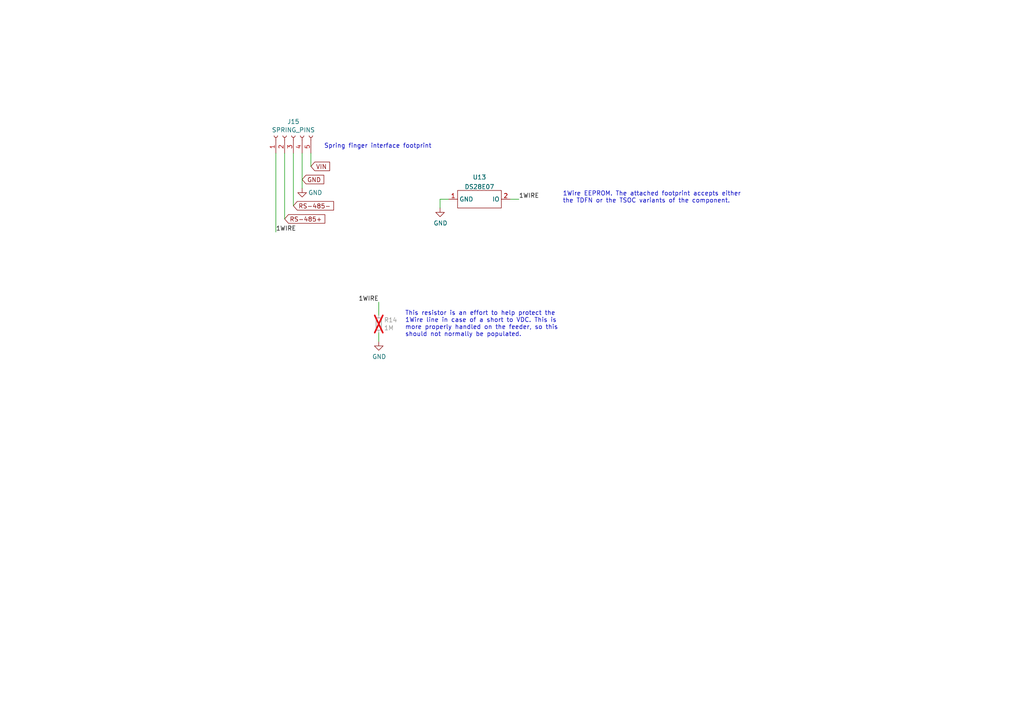
<source format=kicad_sch>
(kicad_sch (version 20230121) (generator eeschema)
  (paper "A4")
  (lib_symbols
    (symbol "Connector:Conn_01x05_Female" (pin_names (offset 1.016) hide)
      (property "Reference" "J" (at 0 7.62 0))
      (property "Value" "Conn_01x05_Female" (at 0 -7.62 0))
      (symbol "Conn_01x05_Female_1_1"
        (arc (start 0 -4.572) (mid -0.5058 -5.08) (end 0 -5.588) (stroke (width 0.1524)))
        (arc (start 0 -2.032) (mid -0.5058 -2.54) (end 0 -3.048) (stroke (width 0.1524)))
        (polyline (pts (xy -1.27 -5.08) (xy -0.508 -5.08)) (stroke (width 0.1524)))
        (polyline (pts (xy -1.27 -2.54) (xy -0.508 -2.54)) (stroke (width 0.1524)))
        (polyline (pts (xy -1.27 0) (xy -0.508 0)) (stroke (width 0.1524)))
        (polyline (pts (xy -1.27 2.54) (xy -0.508 2.54)) (stroke (width 0.1524)))
        (polyline (pts (xy -1.27 5.08) (xy -0.508 5.08)) (stroke (width 0.1524)))
        (arc (start 0 0.508) (mid -0.5058 0) (end 0 -0.508) (stroke (width 0.1524)))
        (arc (start 0 3.048) (mid -0.5058 2.54) (end 0 2.032) (stroke (width 0.1524)))
        (arc (start 0 5.588) (mid -0.5058 5.08) (end 0 4.572) (stroke (width 0.1524)))
        (pin passive line (at -5.08 5.08 0) (length 3.81) (name "Pin_1") (number "1"))
        (pin passive line (at -5.08 2.54 0) (length 3.81) (name "Pin_2") (number "2"))
        (pin passive line (at -5.08 0 0) (length 3.81) (name "Pin_3") (number "3"))
        (pin passive line (at -5.08 -2.54 0) (length 3.81) (name "Pin_4") (number "4"))
        (pin passive line (at -5.08 -5.08 0) (length 3.81) (name "Pin_5") (number "5"))
      )
    )
    (symbol "Device:R_Small" (pin_numbers hide) (pin_names (offset 0.254) hide)
      (property "Reference" "R" (at 0.762 0.508 0))
      (property "Value" "R_Small" (at 0.762 -1.016 0))
      (symbol "R_Small_0_1"
        (rectangle (start -0.762 1.778) (end 0.762 -1.778) (stroke (width 0.2032)))
      )
      (symbol "R_Small_1_1"
        (pin passive line (at 0 2.54 270) (length 0.762) (name "~") (number "1"))
        (pin passive line (at 0 -2.54 90) (length 0.762) (name "~") (number "2"))
      )
    )
    (symbol "feeder:DS28E07"
      (property "Reference" "U" (at 0 -3.81 0))
      (property "Value" "DS28E07" (at 0 -1.27 0))
      (symbol "DS28E07_0_1"
        (rectangle (start -6.35 5.08) (end 6.35 0))
      )
      (symbol "DS28E07_1_1"
        (pin unspecified line (at -8.89 2.54 0) (length 2.54) (name "GND") (number "1"))
        (pin unspecified line (at 8.89 2.54 180) (length 2.54) (name "IO") (number "2"))
      )
    )
    (symbol "power:GND" (power) (pin_names (offset 0))
      (property "Value" "GND" (at 0 -3.81 0))
      (symbol "GND_0_1"
        (polyline (pts (xy 0 0) (xy 0 -1.27) (xy 1.27 -1.27) (xy 0 -2.54) (xy -1.27 -1.27) (xy 0 -1.27)))
      )
      (symbol "GND_1_1"
        (pin power_in line (at 0 0 270) (length 0) hide (name "GND") (number "1"))
      )
    )
  )
  (wire (pts (xy 87.63 44.45) (xy 87.63 54.61)))
  (wire (pts (xy 80.01 44.45) (xy 80.01 67.31)))
  (wire (pts (xy 82.55 44.45) (xy 82.55 63.5)))
  (wire (pts (xy 109.855 96.52) (xy 109.855 99.06)))
  (wire (pts (xy 90.17 44.45) (xy 90.17 48.26)))
  (wire (pts (xy 147.955 57.785) (xy 150.495 57.785)))
  (wire (pts (xy 85.09 44.45) (xy 85.09 59.69)))
  (wire (pts (xy 127.635 57.785) (xy 130.175 57.785)))
  (wire (pts (xy 109.855 87.63) (xy 109.855 91.44)))
  (wire (pts (xy 127.635 60.325) (xy 127.635 57.785)))
  (text "This resistor is an effort to help protect the\n1Wire line in case of a short to VDC. This is\nmore properly handled on the feeder, so this\nshould not normally be populated." (at 117.475 97.79 0) (effects (font (size 1.27 1.27)) (justify left bottom)))
  (text "Spring finger interface footprint" (at 93.98 43.18 0) (effects (font (size 1.27 1.27)) (justify left bottom)))
  (text "1Wire EEPROM. The attached footprint accepts either\nthe TDFN or the TSOC variants of the component." (at 163.195 59.055 0) (effects (font (size 1.27 1.27)) (justify left bottom)))
  (label "1WIRE" (at 150.495 57.785 0))
  (label "1WIRE" (at 80.01 67.31 0))
  (label "1WIRE" (at 109.855 87.63 180))
  (global_label "RS-485+" (shape input) (at 82.55 63.5 0) (property "Intersheetrefs" "${INTERSHEET_REFS}" (effects hide)))
  (global_label "GND" (shape input) (at 87.63 52.07 0) (property "Intersheetrefs" "${INTERSHEET_REFS}" (effects hide)))
  (global_label "VIN" (shape input) (at 90.17 48.26 0) (property "Intersheetrefs" "${INTERSHEET_REFS}" (effects hide)))
  (global_label "RS-485-" (shape input) (at 85.09 59.69 0) (property "Intersheetrefs" "${INTERSHEET_REFS}" (effects hide)))
  (symbol (lib_id "Device:R_Small") (at 109.855 93.98 0) (unit 1) (dnp yes)
    (property "Reference" "R14" (at 111.3536 92.8116 0) (effects (justify left)))
    (property "Value" "1M" (at 111.3536 95.123 0) (effects (justify left)))
    (property "Footprint" "Resistor_SMD:R_0805_2012Metric" (effects hide))
    (property "JLCPCB" "C17437" (effects hide))
    (property "LCSC" "C61683" (effects hide))
    (property "Digikey" "RMCF0805JT120RCT-ND" (effects hide))
    (property "Mouser" "652-CR0805FX-1200ELF" (effects hide))
    (instances (project "blade13" (path "" (reference "R14") (unit 1)) (path "" (reference "R2") (unit 1)) (path "" (reference "R3") (unit 1)) (path "" (reference "R4") (unit 1)) (path "" (reference "R5") (unit 1)) (path "" (reference "R6") (unit 1)) (path "" (reference "R7") (unit 1)) (path "" (reference "R8") (unit 1)) (path "" (reference "R9") (unit 1)) (path "" (reference "R10") (unit 1)) (path "" (reference "R11") (unit 1)) (path "" (reference "R12") (unit 1)) (path "" (reference "R13") (unit 1))))
  )
  (symbol (lib_id "power:GND") (at 109.855 99.06 0) (unit 1)
    (property "Reference" "#PWR040" (effects hide))
    (property "Value" "GND" (at 109.982 103.4542 0))
    (instances (project "blade13" (path "" (reference "#PWR040") (unit 1)) (path "" (reference "#PWR04") (unit 1)) (path "" (reference "#PWR07") (unit 1)) (path "" (reference "#PWR010") (unit 1)) (path "" (reference "#PWR013") (unit 1)) (path "" (reference "#PWR016") (unit 1)) (path "" (reference "#PWR019") (unit 1)) (path "" (reference "#PWR022") (unit 1)) (path "" (reference "#PWR025") (unit 1)) (path "" (reference "#PWR028") (unit 1)) (path "" (reference "#PWR031") (unit 1)) (path "" (reference "#PWR034") (unit 1)) (path "" (reference "#PWR037") (unit 1))))
  )
  (symbol (lib_id "feeder:DS28E07") (at 139.065 60.325 0) (unit 1)
    (property "Reference" "U13" (at 139.065 51.4055 0))
    (property "Value" "DS28E07" (at 139.065 54.1806 0))
    (property "Footprint" "index:DS28E07_MULTI" (effects hide))
    (instances (project "blade13" (path "" (reference "U13") (unit 1)) (path "" (reference "U1") (unit 1)) (path "" (reference "U2") (unit 1)) (path "" (reference "U3") (unit 1)) (path "" (reference "U4") (unit 1)) (path "" (reference "U5") (unit 1)) (path "" (reference "U6") (unit 1)) (path "" (reference "U7") (unit 1)) (path "" (reference "U8") (unit 1)) (path "" (reference "U9") (unit 1)) (path "" (reference "U10") (unit 1)) (path "" (reference "U11") (unit 1)) (path "" (reference "U12") (unit 1))))
  )
  (symbol (lib_id "power:GND") (at 87.63 54.61 0) (unit 1)
    (property "Reference" "#PWR039" (effects hide))
    (property "Value" "GND" (at 91.44 55.88 0))
    (instances (project "blade13" (path "" (reference "#PWR039") (unit 1)) (path "" (reference "#PWR03") (unit 1)) (path "" (reference "#PWR06") (unit 1)) (path "" (reference "#PWR09") (unit 1)) (path "" (reference "#PWR012") (unit 1)) (path "" (reference "#PWR015") (unit 1)) (path "" (reference "#PWR018") (unit 1)) (path "" (reference "#PWR021") (unit 1)) (path "" (reference "#PWR024") (unit 1)) (path "" (reference "#PWR027") (unit 1)) (path "" (reference "#PWR030") (unit 1)) (path "" (reference "#PWR033") (unit 1)) (path "" (reference "#PWR036") (unit 1))))
  )
  (symbol (lib_id "Connector:Conn_01x05_Female") (at 85.09 39.37 90) (unit 1)
    (property "Reference" "J15" (at 85.09 35.2765 90))
    (property "Value" "SPRING_PINS" (at 85.09 37.7007 90))
    (property "Footprint" "index:AVX-915-005-541-Contact-Surface" (effects hide))
    (instances (project "blade13" (path "" (reference "J15") (unit 1)) (path "" (reference "J3") (unit 1)) (path "" (reference "J4") (unit 1)) (path "" (reference "J5") (unit 1)) (path "" (reference "J6") (unit 1)) (path "" (reference "J7") (unit 1)) (path "" (reference "J8") (unit 1)) (path "" (reference "J9") (unit 1)) (path "" (reference "J10") (unit 1)) (path "" (reference "J11") (unit 1)) (path "" (reference "J12") (unit 1)) (path "" (reference "J13") (unit 1)) (path "" (reference "J14") (unit 1))))
  )
  (symbol (lib_id "power:GND") (at 127.635 60.325 0) (unit 1)
    (property "Reference" "#PWR041" (effects hide))
    (property "Value" "GND" (at 127.762 64.7192 0))
    (instances (project "blade13" (path "" (reference "#PWR041") (unit 1)) (path "" (reference "#PWR05") (unit 1)) (path "" (reference "#PWR08") (unit 1)) (path "" (reference "#PWR011") (unit 1)) (path "" (reference "#PWR014") (unit 1)) (path "" (reference "#PWR017") (unit 1)) (path "" (reference "#PWR020") (unit 1)) (path "" (reference "#PWR023") (unit 1)) (path "" (reference "#PWR026") (unit 1)) (path "" (reference "#PWR029") (unit 1)) (path "" (reference "#PWR032") (unit 1)) (path "" (reference "#PWR035") (unit 1)) (path "" (reference "#PWR038") (unit 1))))
  )
)
</source>
